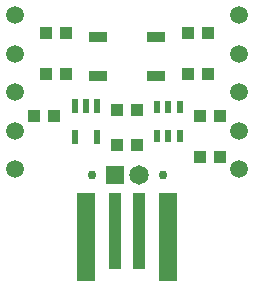
<source format=gbr>
G04 EAGLE Gerber X2 export*
%TF.Part,Single*%
%TF.FileFunction,Soldermask,Top,1*%
%TF.FilePolarity,Negative*%
%TF.GenerationSoftware,Autodesk,EAGLE,9.0.0*%
%TF.CreationDate,2018-04-23T14:01:41Z*%
G75*
%MOMM*%
%FSLAX34Y34*%
%LPD*%
%AMOC8*
5,1,8,0,0,1.08239X$1,22.5*%
G01*
%ADD10R,0.550000X1.200000*%
%ADD11R,1.500000X0.900000*%
%ADD12R,1.500000X7.500000*%
%ADD13R,1.000000X6.500000*%
%ADD14R,0.600000X1.100000*%
%ADD15C,1.650000*%
%ADD16R,1.650000X1.650000*%
%ADD17R,1.000000X1.100000*%
%ADD18R,1.100000X1.000000*%
%ADD19C,1.500000*%
%ADD20C,0.750000*%


D10*
X94500Y168000D03*
X85000Y168000D03*
X75500Y168000D03*
X75500Y142000D03*
X94500Y142000D03*
D11*
X144500Y193500D03*
X144500Y226500D03*
X95500Y193500D03*
X95500Y226500D03*
D12*
X155000Y57500D03*
D13*
X130000Y62500D03*
D12*
X85000Y57500D03*
D13*
X110000Y62500D03*
D14*
X164500Y167500D03*
X155000Y167500D03*
X145500Y167500D03*
X145500Y142500D03*
X155000Y142500D03*
X164500Y142500D03*
D15*
X130000Y110000D03*
D16*
X110000Y110000D03*
D17*
X111500Y165000D03*
X128500Y165000D03*
X171500Y195000D03*
X188500Y195000D03*
X181500Y160000D03*
X198500Y160000D03*
X41500Y160000D03*
X58500Y160000D03*
X68500Y230000D03*
X51500Y230000D03*
X51500Y195000D03*
X68500Y195000D03*
D18*
X181500Y125000D03*
X198500Y125000D03*
X128500Y135000D03*
X111500Y135000D03*
X171500Y230000D03*
X188500Y230000D03*
D19*
X25000Y212500D03*
X25000Y245000D03*
X25000Y115000D03*
X25000Y147500D03*
X25000Y180000D03*
X215000Y115000D03*
X215000Y147500D03*
X215000Y180000D03*
X215000Y212500D03*
X215000Y245000D03*
D20*
X90000Y110000D03*
X150000Y110000D03*
M02*

</source>
